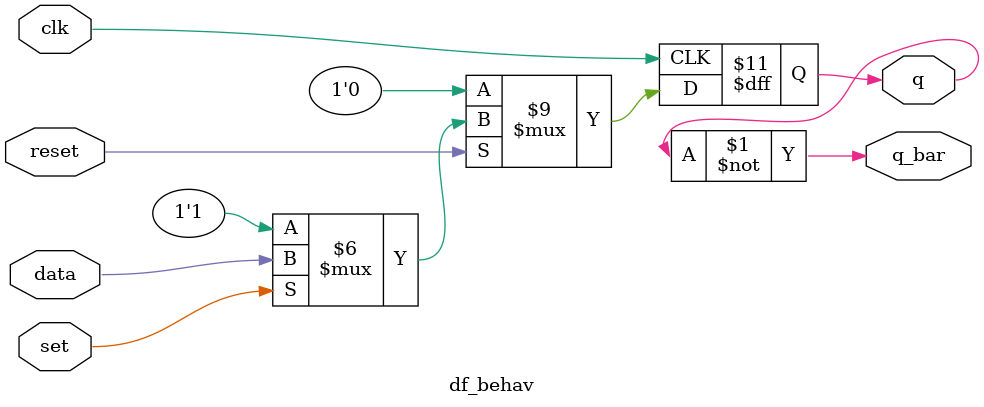
<source format=v>
module df_behav (q, q_bar, data, set, reset, clk);
input 		data, set, clk, reset;
  output 		q, q_bar;
  reg 		q;

  assign q_bar = ~ q;

  always @  (posedge clk)  // Flip-flop with synchronous set/reset
  begin
    if (reset == 0) q <= 0; 
      else if (set ==0) q <= 1;
        else q <= data; 
  end
endmodule 


</source>
